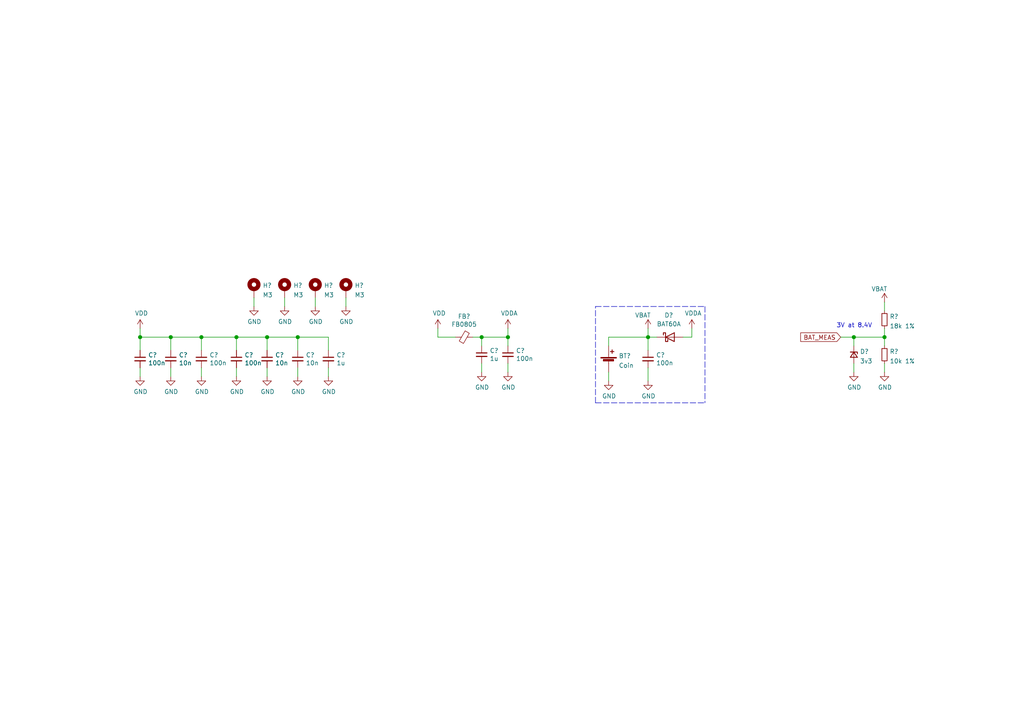
<source format=kicad_sch>
(kicad_sch (version 20211123) (generator eeschema)
  (paper "A4")
  (title_block (title "Mini17 - QRP M17 handheld") (date "2022-07-25") (rev "A") (company "M17 Project"))
  (lib_symbols
    (symbol "Device:Battery_Cell" (pin_numbers hide) (pin_names (offset 0) hide)
      (property "Reference" "BT" (at 2.54 2.54 0))
      (property "Value" "Battery_Cell" (at 2.54 0 0))
      (symbol "Battery_Cell_0_1"
        (rectangle (start -2.286 1.778) (end 2.286 1.524) (fill (type outline)))
        (rectangle (start -1.5748 1.1938) (end 1.4732 0.6858) (fill (type outline)))
        (polyline (pts (xy 0 0.762) (xy 0 0)))
        (polyline (pts (xy 0 1.778) (xy 0 2.54)))
        (polyline (pts (xy 0.508 3.429) (xy 1.524 3.429)) (stroke (width 0.254)))
        (polyline (pts (xy 1.016 3.937) (xy 1.016 2.921)) (stroke (width 0.254)))
      )
      (symbol "Battery_Cell_1_1"
        (pin passive line (at 0 5.08 270) (length 2.54) (name "+") (number "1"))
        (pin passive line (at 0 -2.54 90) (length 2.54) (name "-") (number "2"))
      )
    )
    (symbol "Device:D_Zener_Small" (pin_numbers hide) (pin_names (offset 0.254) hide)
      (property "Reference" "D" (at 0 2.286 0))
      (property "Value" "D_Zener_Small" (at 0 -2.286 0))
      (symbol "D_Zener_Small_0_1"
        (polyline (pts (xy 0.762 0) (xy -0.762 0)))
        (polyline (pts (xy -0.254 1.016) (xy -0.762 1.016) (xy -0.762 -1.016)) (stroke (width 0.254)))
        (polyline (pts (xy 0.762 1.016) (xy -0.762 0) (xy 0.762 -1.016) (xy 0.762 1.016)) (stroke (width 0.254)))
      )
      (symbol "D_Zener_Small_1_1"
        (pin passive line (at -2.54 0 0) (length 1.778) (name "K") (number "1"))
        (pin passive line (at 2.54 0 180) (length 1.778) (name "A") (number "2"))
      )
    )
    (symbol "Device:Ferrite_Bead_Small" (pin_numbers hide) (pin_names (offset 0))
      (property "Reference" "FB" (at 1.905 1.27 0))
      (property "Value" "Ferrite_Bead_Small" (at 1.905 -1.27 0))
      (symbol "Ferrite_Bead_Small_0_1"
        (polyline (pts (xy 0 -1.27) (xy 0 -0.7874)))
        (polyline (pts (xy 0 0.889) (xy 0 1.2954)))
        (polyline (pts (xy -1.8288 0.2794) (xy -1.1176 1.4986) (xy 1.8288 -0.2032) (xy 1.1176 -1.4224) (xy -1.8288 0.2794)))
      )
      (symbol "Ferrite_Bead_Small_1_1"
        (pin passive line (at 0 2.54 270) (length 1.27) (name "~") (number "1"))
        (pin passive line (at 0 -2.54 90) (length 1.27) (name "~") (number "2"))
      )
    )
    (symbol "Diode:BAT60A" (pin_numbers hide) (pin_names (offset 1.016) hide)
      (property "Reference" "D" (at 0 2.54 0))
      (property "Value" "BAT60A" (at 0 -2.54 0))
      (symbol "BAT60A_0_1"
        (polyline (pts (xy 1.27 0) (xy -1.27 0)))
        (polyline (pts (xy 1.27 1.27) (xy 1.27 -1.27) (xy -1.27 0) (xy 1.27 1.27)) (stroke (width 0.254)))
        (polyline (pts (xy -1.905 0.635) (xy -1.905 1.27) (xy -1.27 1.27) (xy -1.27 -1.27) (xy -0.635 -1.27) (xy -0.635 -0.635)) (stroke (width 0.254)))
      )
      (symbol "BAT60A_1_1"
        (pin passive line (at -3.81 0 0) (length 2.54) (name "K") (number "1"))
        (pin passive line (at 3.81 0 180) (length 2.54) (name "A") (number "2"))
      )
    )
    (symbol "Mechanical:MountingHole_Pad" (pin_numbers hide) (pin_names (offset 1.016) hide)
      (property "Reference" "H" (at 0 6.35 0))
      (property "Value" "MountingHole_Pad" (at 0 4.445 0))
      (symbol "MountingHole_Pad_0_1"
        (circle (center 0 1.27) (radius 1.27) (stroke (width 1.27)))
      )
      (symbol "MountingHole_Pad_1_1"
        (pin input line (at 0 -2.54 90) (length 2.54) (name "1") (number "1"))
      )
    )
    (symbol "pkl_device:pkl_C_Small" (pin_numbers hide) (pin_names (offset 0.254) hide)
      (property "Reference" "C" (at 0.254 1.778 0))
      (property "Value" "pkl_C_Small" (at 0.254 -2.032 0))
      (symbol "pkl_C_Small_0_1"
        (polyline (pts (xy -1.524 -0.508) (xy 1.524 -0.508)) (stroke (width 0.3302)))
        (polyline (pts (xy -1.524 0.508) (xy 1.524 0.508)) (stroke (width 0.3048)))
      )
      (symbol "pkl_C_Small_1_1"
        (pin passive line (at 0 2.54 270) (length 1.905) (name "~") (number "1"))
        (pin passive line (at 0 -2.54 90) (length 2.032) (name "~") (number "2"))
      )
    )
    (symbol "pkl_device:pkl_R_Small" (pin_numbers hide) (pin_names (offset 0.254) hide)
      (property "Reference" "R" (at 0.762 0.508 0))
      (property "Value" "pkl_R_Small" (at 0.762 -1.016 0))
      (symbol "pkl_R_Small_0_1"
        (rectangle (start -0.762 1.778) (end 0.762 -1.778) (stroke (width 0.2032)))
      )
      (symbol "pkl_R_Small_1_1"
        (pin passive line (at 0 2.54 270) (length 0.762) (name "~") (number "1"))
        (pin passive line (at 0 -2.54 90) (length 0.762) (name "~") (number "2"))
      )
    )
    (symbol "pkl_power:VBAT" (power) (pin_names (offset 0))
      (property "Value" "VBAT" (at 0 3.556 0))
      (symbol "VBAT_0_1"
        (polyline (pts (xy -0.762 1.27) (xy 0 2.54)))
        (polyline (pts (xy 0 0) (xy 0 2.54)))
        (polyline (pts (xy 0 2.54) (xy 0.762 1.27)))
      )
      (symbol "VBAT_1_1"
        (pin power_in line (at 0 0 90) (length 0) hide (name "VBAT") (number "1"))
      )
    )
    (symbol "power:GND" (power) (pin_names (offset 0))
      (property "Value" "GND" (at 0 -3.81 0))
      (symbol "GND_0_1"
        (polyline (pts (xy 0 0) (xy 0 -1.27) (xy 1.27 -1.27) (xy 0 -2.54) (xy -1.27 -1.27) (xy 0 -1.27)))
      )
      (symbol "GND_1_1"
        (pin power_in line (at 0 0 270) (length 0) hide (name "GND") (number "1"))
      )
    )
    (symbol "power:VDD" (power) (pin_names (offset 0))
      (property "Value" "VDD" (at 0 3.81 0))
      (symbol "VDD_0_1"
        (polyline (pts (xy -0.762 1.27) (xy 0 2.54)))
        (polyline (pts (xy 0 0) (xy 0 2.54)))
        (polyline (pts (xy 0 2.54) (xy 0.762 1.27)))
      )
      (symbol "VDD_1_1"
        (pin power_in line (at 0 0 90) (length 0) hide (name "VDD") (number "1"))
      )
    )
    (symbol "power:VDDA" (power) (pin_names (offset 0))
      (property "Value" "VDDA" (at 0 3.81 0))
      (symbol "VDDA_0_1"
        (polyline (pts (xy -0.762 1.27) (xy 0 2.54)))
        (polyline (pts (xy 0 0) (xy 0 2.54)))
        (polyline (pts (xy 0 2.54) (xy 0.762 1.27)))
      )
      (symbol "VDDA_1_1"
        (pin power_in line (at 0 0 90) (length 0) hide (name "VDDA") (number "1"))
      )
    )
  )
  (junction (at 256.54 97.79) (diameter 1.016))
  (junction (at 86.36 97.79) (diameter 1.016))
  (junction (at 187.96 97.79) (diameter 1.016))
  (junction (at 68.58 97.79) (diameter 1.016))
  (junction (at 247.65 97.79) (diameter 1.016))
  (junction (at 49.53 97.79) (diameter 1.016))
  (junction (at 147.32 97.79) (diameter 1.016))
  (junction (at 139.7 97.79) (diameter 1.016))
  (junction (at 77.47 97.79) (diameter 1.016))
  (junction (at 58.42 97.79) (diameter 1.016))
  (junction (at 40.64 97.79) (diameter 1.016))
  (wire (pts (xy 100.33 86.36) (xy 100.33 88.9)))
  (wire (pts (xy 49.53 97.79) (xy 49.53 101.6)))
  (wire (pts (xy 40.64 95.25) (xy 40.64 97.79)))
  (wire (pts (xy 40.64 97.79) (xy 49.53 97.79)))
  (wire (pts (xy 187.96 106.68) (xy 187.96 110.49)))
  (wire (pts (xy 176.53 100.33) (xy 176.53 97.79)))
  (wire (pts (xy 198.12 97.79) (xy 200.66 97.79)))
  (wire (pts (xy 256.54 87.63) (xy 256.54 90.17)))
  (wire (pts (xy 86.36 97.79) (xy 86.36 101.6)))
  (wire (pts (xy 137.16 97.79) (xy 139.7 97.79)))
  (wire (pts (xy 187.96 97.79) (xy 187.96 101.6)))
  (polyline (pts (xy 172.72 116.84) (xy 204.47 116.84)))
  (polyline (pts (xy 204.47 88.9) (xy 204.47 116.84)))
  (wire (pts (xy 247.65 97.79) (xy 256.54 97.79)))
  (wire (pts (xy 147.32 97.79) (xy 147.32 100.33)))
  (wire (pts (xy 127 97.79) (xy 127 95.25)))
  (wire (pts (xy 247.65 100.33) (xy 247.65 97.79)))
  (wire (pts (xy 77.47 97.79) (xy 86.36 97.79)))
  (wire (pts (xy 68.58 97.79) (xy 68.58 101.6)))
  (wire (pts (xy 40.64 101.6) (xy 40.64 97.79)))
  (wire (pts (xy 200.66 95.25) (xy 200.66 97.79)))
  (wire (pts (xy 73.66 86.36) (xy 73.66 88.9)))
  (wire (pts (xy 68.58 106.68) (xy 68.58 109.22)))
  (wire (pts (xy 49.53 106.68) (xy 49.53 109.22)))
  (wire (pts (xy 187.96 95.25) (xy 187.96 97.79)))
  (wire (pts (xy 147.32 105.41) (xy 147.32 107.95)))
  (polyline (pts (xy 172.72 116.84) (xy 172.72 88.9)))
  (wire (pts (xy 91.44 86.36) (xy 91.44 88.9)))
  (wire (pts (xy 58.42 106.68) (xy 58.42 109.22)))
  (wire (pts (xy 68.58 97.79) (xy 77.47 97.79)))
  (wire (pts (xy 256.54 97.79) (xy 256.54 100.33)))
  (wire (pts (xy 95.25 97.79) (xy 95.25 101.6)))
  (wire (pts (xy 247.65 105.41) (xy 247.65 107.95)))
  (wire (pts (xy 58.42 97.79) (xy 68.58 97.79)))
  (wire (pts (xy 86.36 106.68) (xy 86.36 109.22)))
  (wire (pts (xy 176.53 97.79) (xy 187.96 97.79)))
  (wire (pts (xy 147.32 97.79) (xy 147.32 95.25)))
  (wire (pts (xy 139.7 105.41) (xy 139.7 107.95)))
  (wire (pts (xy 243.84 97.79) (xy 247.65 97.79)))
  (wire (pts (xy 77.47 106.68) (xy 77.47 109.22)))
  (wire (pts (xy 77.47 97.79) (xy 77.47 101.6)))
  (wire (pts (xy 82.55 86.36) (xy 82.55 88.9)))
  (wire (pts (xy 40.64 106.68) (xy 40.64 109.22)))
  (wire (pts (xy 49.53 97.79) (xy 58.42 97.79)))
  (wire (pts (xy 132.08 97.79) (xy 127 97.79)))
  (wire (pts (xy 187.96 97.79) (xy 190.5 97.79)))
  (polyline (pts (xy 172.72 88.9) (xy 204.47 88.9)))
  (wire (pts (xy 176.53 107.95) (xy 176.53 110.49)))
  (wire (pts (xy 139.7 97.79) (xy 139.7 100.33)))
  (wire (pts (xy 86.36 97.79) (xy 95.25 97.79)))
  (wire (pts (xy 256.54 105.41) (xy 256.54 107.95)))
  (wire (pts (xy 58.42 97.79) (xy 58.42 101.6)))
  (wire (pts (xy 95.25 106.68) (xy 95.25 109.22)))
  (wire (pts (xy 139.7 97.79) (xy 147.32 97.79)))
  (wire (pts (xy 256.54 95.25) (xy 256.54 97.79)))
  (text "3V at 8.4V" (at 242.57 95.25 0) (effects (font (size 1.27 1.27)) (justify left bottom)))
  (global_label "BAT_MEAS" (shape input) (at 243.84 97.79 180) (property "Intersheet References" "${INTERSHEET_REFS}" (effects hide)))
  (symbol (lib_id "pkl_device:pkl_C_Small") (at 86.36 104.14 0) (unit 1)
    (property "Reference" "C?" (at 88.6968 102.9716 0) (effects (justify left)))
    (property "Value" "10n" (at 88.6968 105.283 0) (effects (justify left)))
    (property "Footprint" "pkl_dipol:C_0603" (effects hide))
  )
  (symbol (lib_id "power:VDD") (at 40.64 95.25 0) (unit 1)
    (property "Reference" "#PWR?" (effects hide))
    (property "Value" "VDD" (at 41.021 90.8558 0))
  )
  (symbol (lib_id "pkl_device:pkl_C_Small") (at 187.96 104.14 0) (unit 1) (in_bom no) (on_board no)
    (property "Reference" "C?" (at 190.2968 102.9716 0) (effects (justify left)))
    (property "Value" "100n" (at 190.2968 105.283 0) (effects (justify left)))
    (property "Footprint" "pkl_dipol:C_0603" (effects hide))
  )
  (symbol (lib_id "pkl_device:pkl_C_Small") (at 40.64 104.14 0) (unit 1)
    (property "Reference" "C?" (at 42.9768 102.9716 0) (effects (justify left)))
    (property "Value" "100n" (at 42.9768 105.283 0) (effects (justify left)))
    (property "Footprint" "pkl_dipol:C_0603" (effects hide))
  )
  (symbol (lib_id "pkl_device:pkl_C_Small") (at 139.7 102.87 0) (unit 1)
    (property "Reference" "C?" (at 142.0368 101.7016 0) (effects (justify left)))
    (property "Value" "1u" (at 142.0368 104.013 0) (effects (justify left)))
    (property "Footprint" "pkl_dipol:C_0603" (effects hide))
  )
  (symbol (lib_id "power:GND") (at 73.66 88.9 0) (unit 1)
    (property "Reference" "#PWR?" (effects hide))
    (property "Value" "GND" (at 73.787 93.2942 0))
  )
  (symbol (lib_id "Device:Battery_Cell") (at 176.53 105.41 0) (unit 1) (in_bom no) (on_board no)
    (property "Reference" "BT?" (at 179.4511 103.2315 0) (effects (justify left)))
    (property "Value" "Coin" (at 179.4511 106.0066 0) (effects (justify left)))
    (property "Footprint" "Battery:BatteryHolder_Keystone_3000_1x12mm" (effects hide))
  )
  (symbol (lib_id "power:GND") (at 139.7 107.95 0) (unit 1)
    (property "Reference" "#PWR?" (effects hide))
    (property "Value" "GND" (at 139.827 112.3442 0))
  )
  (symbol (lib_id "Mechanical:MountingHole_Pad") (at 91.44 83.82 0) (unit 1)
    (property "Reference" "H?" (at 93.9801 82.7845 0) (effects (justify left)))
    (property "Value" "M3" (at 93.9801 85.5596 0) (effects (justify left)))
    (property "Footprint" "MountingHole:MountingHole_2.7mm_M2.5_DIN965_Pad" (effects hide))
  )
  (symbol (lib_id "power:GND") (at 40.64 109.22 0) (unit 1)
    (property "Reference" "#PWR?" (effects hide))
    (property "Value" "GND" (at 40.767 113.6142 0))
  )
  (symbol (lib_id "power:GND") (at 247.65 107.95 0) (unit 1)
    (property "Reference" "#PWR?" (effects hide))
    (property "Value" "GND" (at 247.777 112.3442 0))
  )
  (symbol (lib_id "power:GND") (at 77.47 109.22 0) (unit 1)
    (property "Reference" "#PWR?" (effects hide))
    (property "Value" "GND" (at 77.597 113.6142 0))
  )
  (symbol (lib_id "pkl_device:pkl_R_Small") (at 256.54 102.87 0) (unit 1)
    (property "Reference" "R?" (at 258.0387 101.9615 0) (effects (justify left)))
    (property "Value" "10k 1%" (at 258.0387 104.7366 0) (effects (justify left)))
    (property "Footprint" "pkl_dipol:R_0603" (effects hide))
  )
  (symbol (lib_id "power:GND") (at 86.36 109.22 0) (unit 1)
    (property "Reference" "#PWR?" (effects hide))
    (property "Value" "GND" (at 86.487 113.6142 0))
  )
  (symbol (lib_id "pkl_device:pkl_C_Small") (at 95.25 104.14 0) (unit 1)
    (property "Reference" "C?" (at 97.5868 102.9716 0) (effects (justify left)))
    (property "Value" "1u" (at 97.5868 105.283 0) (effects (justify left)))
    (property "Footprint" "pkl_dipol:C_0603" (effects hide))
  )
  (symbol (lib_id "pkl_power:VBAT") (at 256.54 87.63 0) (unit 1)
    (property "Reference" "#PWR?" (effects hide))
    (property "Value" "MAIN_BAT" (at 252.73 83.82 0) (effects (justify left)))
  )
  (symbol (lib_id "power:GND") (at 68.58 109.22 0) (unit 1)
    (property "Reference" "#PWR?" (effects hide))
    (property "Value" "GND" (at 68.707 113.6142 0))
  )
  (symbol (lib_id "pkl_device:pkl_C_Small") (at 147.32 102.87 0) (unit 1)
    (property "Reference" "C?" (at 149.6568 101.7016 0) (effects (justify left)))
    (property "Value" "100n" (at 149.6568 104.013 0) (effects (justify left)))
    (property "Footprint" "pkl_dipol:C_0603" (effects hide))
  )
  (symbol (lib_id "power:GND") (at 95.25 109.22 0) (unit 1)
    (property "Reference" "#PWR?" (effects hide))
    (property "Value" "GND" (at 95.377 113.6142 0))
  )
  (symbol (lib_id "power:VDDA") (at 200.66 95.25 0) (unit 1)
    (property "Reference" "#PWR?" (effects hide))
    (property "Value" "VDDA" (at 201.041 90.8558 0))
  )
  (symbol (lib_id "Mechanical:MountingHole_Pad") (at 73.66 83.82 0) (unit 1)
    (property "Reference" "H?" (at 76.2001 82.7845 0) (effects (justify left)))
    (property "Value" "M3" (at 76.2001 85.5596 0) (effects (justify left)))
    (property "Footprint" "MountingHole:MountingHole_2.7mm_M2.5_DIN965_Pad" (effects hide))
  )
  (symbol (lib_id "pkl_device:pkl_C_Small") (at 49.53 104.14 0) (unit 1)
    (property "Reference" "C?" (at 51.8668 102.9716 0) (effects (justify left)))
    (property "Value" "10n" (at 51.8668 105.283 0) (effects (justify left)))
    (property "Footprint" "pkl_dipol:C_0603" (effects hide))
  )
  (symbol (lib_id "power:GND") (at 100.33 88.9 0) (unit 1)
    (property "Reference" "#PWR?" (effects hide))
    (property "Value" "GND" (at 100.457 93.2942 0))
  )
  (symbol (lib_id "pkl_device:pkl_C_Small") (at 58.42 104.14 0) (unit 1)
    (property "Reference" "C?" (at 60.7568 102.9716 0) (effects (justify left)))
    (property "Value" "100n" (at 60.7568 105.283 0) (effects (justify left)))
    (property "Footprint" "pkl_dipol:C_0603" (effects hide))
  )
  (symbol (lib_id "power:GND") (at 58.42 109.22 0) (unit 1)
    (property "Reference" "#PWR?" (effects hide))
    (property "Value" "GND" (at 58.547 113.6142 0))
  )
  (symbol (lib_id "pkl_device:pkl_C_Small") (at 77.47 104.14 0) (unit 1)
    (property "Reference" "C?" (at 79.8068 102.9716 0) (effects (justify left)))
    (property "Value" "10n" (at 79.8068 105.283 0) (effects (justify left)))
    (property "Footprint" "pkl_dipol:C_0603" (effects hide))
  )
  (symbol (lib_id "Mechanical:MountingHole_Pad") (at 100.33 83.82 0) (unit 1)
    (property "Reference" "H?" (at 102.8701 82.7845 0) (effects (justify left)))
    (property "Value" "M3" (at 102.8701 85.5596 0) (effects (justify left)))
    (property "Footprint" "MountingHole:MountingHole_2.7mm_M2.5_DIN965_Pad" (effects hide))
  )
  (symbol (lib_id "power:GND") (at 82.55 88.9 0) (unit 1)
    (property "Reference" "#PWR?" (effects hide))
    (property "Value" "GND" (at 82.677 93.2942 0))
  )
  (symbol (lib_id "Mechanical:MountingHole_Pad") (at 82.55 83.82 0) (unit 1)
    (property "Reference" "H?" (at 85.0901 82.7845 0) (effects (justify left)))
    (property "Value" "M3" (at 85.0901 85.5596 0) (effects (justify left)))
    (property "Footprint" "MountingHole:MountingHole_2.7mm_M2.5_DIN965_Pad" (effects hide))
  )
  (symbol (lib_id "pkl_device:pkl_R_Small") (at 256.54 92.71 0) (unit 1)
    (property "Reference" "R?" (at 258.0387 91.8015 0) (effects (justify left)))
    (property "Value" "18k 1%" (at 258.0387 94.5766 0) (effects (justify left)))
    (property "Footprint" "pkl_dipol:R_0603" (effects hide))
  )
  (symbol (lib_id "power:GND") (at 176.53 110.49 0) (unit 1)
    (property "Reference" "#PWR?" (effects hide))
    (property "Value" "GND" (at 176.657 114.8842 0))
  )
  (symbol (lib_id "pkl_power:VBAT") (at 187.96 95.25 0) (unit 1)
    (property "Reference" "#PWR?" (effects hide))
    (property "Value" "RTC_BAT" (at 184.15 91.44 0) (effects (justify left)))
  )
  (symbol (lib_id "power:VDDA") (at 147.32 95.25 0) (unit 1)
    (property "Reference" "#PWR?" (effects hide))
    (property "Value" "VDDA" (at 147.701 90.8558 0))
  )
  (symbol (lib_id "Device:Ferrite_Bead_Small") (at 134.62 97.79 270) (unit 1)
    (property "Reference" "FB?" (at 134.62 91.7702 90))
    (property "Value" "FB0805" (at 134.62 94.0816 90))
    (property "Footprint" "pkl_dipol:L_0805" (effects hide))
  )
  (symbol (lib_id "Device:D_Zener_Small") (at 247.65 102.87 270) (unit 1)
    (property "Reference" "D?" (at 249.4281 101.9615 90) (effects (justify left)))
    (property "Value" "3v3" (at 249.4281 104.7366 90) (effects (justify left)))
    (property "Footprint" "Diode_SMD:D_SOD-523" (effects hide))
  )
  (symbol (lib_id "pkl_device:pkl_C_Small") (at 68.58 104.14 0) (unit 1)
    (property "Reference" "C?" (at 70.9168 102.9716 0) (effects (justify left)))
    (property "Value" "100n" (at 70.9168 105.283 0) (effects (justify left)))
    (property "Footprint" "pkl_dipol:C_0603" (effects hide))
  )
  (symbol (lib_id "power:GND") (at 49.53 109.22 0) (unit 1)
    (property "Reference" "#PWR?" (effects hide))
    (property "Value" "GND" (at 49.657 113.6142 0))
  )
  (symbol (lib_id "power:GND") (at 91.44 88.9 0) (unit 1)
    (property "Reference" "#PWR?" (effects hide))
    (property "Value" "GND" (at 91.567 93.2942 0))
  )
  (symbol (lib_id "Diode:BAT60A") (at 194.31 97.79 0) (unit 1)
    (property "Reference" "D?" (at 193.9925 91.44 0))
    (property "Value" "BAT60A" (at 193.9925 93.98 0))
    (property "Footprint" "Diode_SMD:D_SOD-323" (effects hide))
    (property "Datasheet" "https://www.infineon.com/dgdl/Infineon-BAT60ASERIES-DS-v01_01-en.pdf?fileId=db3a304313d846880113def70c9304a9" (effects hide))
  )
  (symbol (lib_id "power:GND") (at 187.96 110.49 0) (unit 1)
    (property "Reference" "#PWR?" (effects hide))
    (property "Value" "GND" (at 188.087 114.8842 0))
  )
  (symbol (lib_id "power:GND") (at 147.32 107.95 0) (unit 1)
    (property "Reference" "#PWR?" (effects hide))
    (property "Value" "GND" (at 147.447 112.3442 0))
  )
  (symbol (lib_id "power:VDD") (at 127 95.25 0) (unit 1)
    (property "Reference" "#PWR?" (effects hide))
    (property "Value" "VDD" (at 127.381 90.8558 0))
  )
  (symbol (lib_id "power:GND") (at 256.54 107.95 0) (unit 1)
    (property "Reference" "#PWR?" (effects hide))
    (property "Value" "GND" (at 256.667 112.3442 0))
  )
)
</source>
